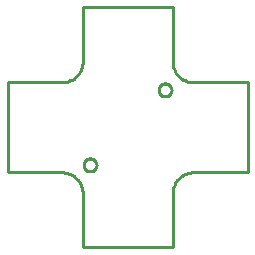
<source format=gbr>
G04 EAGLE Gerber RS-274X export*
G75*
%MOMM*%
%FSLAX34Y34*%
%LPD*%
%IN*%
%IPPOS*%
%AMOC8*
5,1,8,0,0,1.08239X$1,22.5*%
G01*
%ADD10C,0.254000*%


D10*
X0Y63500D02*
X45720Y63500D01*
X47270Y63432D01*
X48807Y63230D01*
X50322Y62894D01*
X51801Y62428D01*
X53234Y61834D01*
X54610Y61118D01*
X55918Y60285D01*
X57149Y59340D01*
X58292Y58292D01*
X59340Y57149D01*
X60285Y55918D01*
X61118Y54610D01*
X61834Y53234D01*
X62428Y51801D01*
X62894Y50322D01*
X63230Y48807D01*
X63432Y47270D01*
X63500Y45720D01*
X63500Y0D01*
X139700Y0D01*
X139700Y45720D01*
X139768Y47270D01*
X139970Y48807D01*
X140306Y50322D01*
X140772Y51801D01*
X141366Y53234D01*
X142082Y54610D01*
X142915Y55918D01*
X143860Y57149D01*
X144908Y58292D01*
X146051Y59340D01*
X147282Y60285D01*
X148590Y61118D01*
X149966Y61834D01*
X151399Y62428D01*
X152878Y62894D01*
X154393Y63230D01*
X155930Y63432D01*
X157480Y63500D01*
X203200Y63500D01*
X203200Y139700D01*
X157480Y139700D01*
X155930Y139768D01*
X154393Y139970D01*
X152878Y140306D01*
X151399Y140772D01*
X149966Y141366D01*
X148590Y142082D01*
X147282Y142915D01*
X146051Y143860D01*
X144908Y144908D01*
X143860Y146051D01*
X142915Y147282D01*
X142082Y148590D01*
X141366Y149966D01*
X140772Y151399D01*
X140306Y152878D01*
X139970Y154393D01*
X139768Y155930D01*
X139700Y157480D01*
X139700Y203200D01*
X63500Y203200D01*
X63500Y157480D01*
X63432Y155930D01*
X63230Y154393D01*
X62894Y152878D01*
X62428Y151399D01*
X61834Y149966D01*
X61118Y148590D01*
X60285Y147282D01*
X59340Y146051D01*
X58292Y144908D01*
X57149Y143860D01*
X55918Y142915D01*
X54610Y142082D01*
X53234Y141366D01*
X51801Y140772D01*
X50322Y140306D01*
X48807Y139970D01*
X47270Y139768D01*
X45720Y139700D01*
X0Y139700D01*
X0Y63500D01*
X138850Y133041D02*
X138781Y132427D01*
X138643Y131825D01*
X138439Y131242D01*
X138171Y130685D01*
X137843Y130162D01*
X137458Y129679D01*
X137021Y129243D01*
X136538Y128857D01*
X136015Y128529D01*
X135458Y128261D01*
X134875Y128057D01*
X134273Y127919D01*
X133659Y127850D01*
X133041Y127850D01*
X132427Y127919D01*
X131825Y128057D01*
X131242Y128261D01*
X130685Y128529D01*
X130162Y128857D01*
X129679Y129243D01*
X129243Y129679D01*
X128857Y130162D01*
X128529Y130685D01*
X128261Y131242D01*
X128057Y131825D01*
X127919Y132427D01*
X127850Y133041D01*
X127850Y133659D01*
X127919Y134273D01*
X128057Y134875D01*
X128261Y135458D01*
X128529Y136015D01*
X128857Y136538D01*
X129243Y137021D01*
X129679Y137458D01*
X130162Y137843D01*
X130685Y138171D01*
X131242Y138439D01*
X131825Y138643D01*
X132427Y138781D01*
X133041Y138850D01*
X133659Y138850D01*
X134273Y138781D01*
X134875Y138643D01*
X135458Y138439D01*
X136015Y138171D01*
X136538Y137843D01*
X137021Y137458D01*
X137458Y137021D01*
X137843Y136538D01*
X138171Y136015D01*
X138439Y135458D01*
X138643Y134875D01*
X138781Y134273D01*
X138850Y133659D01*
X138850Y133041D01*
X75350Y69541D02*
X75281Y68927D01*
X75143Y68325D01*
X74939Y67742D01*
X74671Y67185D01*
X74343Y66662D01*
X73958Y66179D01*
X73521Y65743D01*
X73038Y65357D01*
X72515Y65029D01*
X71958Y64761D01*
X71375Y64557D01*
X70773Y64419D01*
X70159Y64350D01*
X69541Y64350D01*
X68927Y64419D01*
X68325Y64557D01*
X67742Y64761D01*
X67185Y65029D01*
X66662Y65357D01*
X66179Y65743D01*
X65743Y66179D01*
X65357Y66662D01*
X65029Y67185D01*
X64761Y67742D01*
X64557Y68325D01*
X64419Y68927D01*
X64350Y69541D01*
X64350Y70159D01*
X64419Y70773D01*
X64557Y71375D01*
X64761Y71958D01*
X65029Y72515D01*
X65357Y73038D01*
X65743Y73521D01*
X66179Y73958D01*
X66662Y74343D01*
X67185Y74671D01*
X67742Y74939D01*
X68325Y75143D01*
X68927Y75281D01*
X69541Y75350D01*
X70159Y75350D01*
X70773Y75281D01*
X71375Y75143D01*
X71958Y74939D01*
X72515Y74671D01*
X73038Y74343D01*
X73521Y73958D01*
X73958Y73521D01*
X74343Y73038D01*
X74671Y72515D01*
X74939Y71958D01*
X75143Y71375D01*
X75281Y70773D01*
X75350Y70159D01*
X75350Y69541D01*
M02*

</source>
